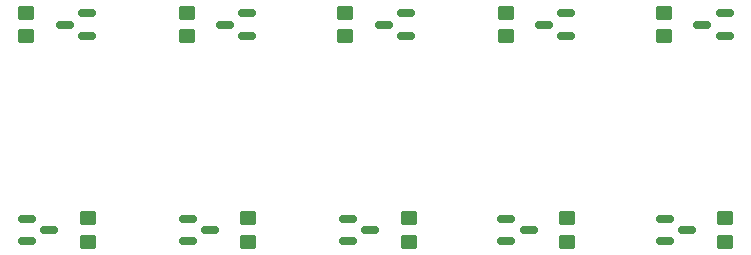
<source format=gbp>
%TF.GenerationSoftware,KiCad,Pcbnew,(6.0.8)*%
%TF.CreationDate,2023-01-05T18:41:50-07:00*%
%TF.ProjectId,PicoIO,5069636f-494f-42e6-9b69-6361645f7063,rev?*%
%TF.SameCoordinates,Original*%
%TF.FileFunction,Paste,Bot*%
%TF.FilePolarity,Positive*%
%FSLAX46Y46*%
G04 Gerber Fmt 4.6, Leading zero omitted, Abs format (unit mm)*
G04 Created by KiCad (PCBNEW (6.0.8)) date 2023-01-05 18:41:50*
%MOMM*%
%LPD*%
G01*
G04 APERTURE LIST*
G04 Aperture macros list*
%AMRoundRect*
0 Rectangle with rounded corners*
0 $1 Rounding radius*
0 $2 $3 $4 $5 $6 $7 $8 $9 X,Y pos of 4 corners*
0 Add a 4 corners polygon primitive as box body*
4,1,4,$2,$3,$4,$5,$6,$7,$8,$9,$2,$3,0*
0 Add four circle primitives for the rounded corners*
1,1,$1+$1,$2,$3*
1,1,$1+$1,$4,$5*
1,1,$1+$1,$6,$7*
1,1,$1+$1,$8,$9*
0 Add four rect primitives between the rounded corners*
20,1,$1+$1,$2,$3,$4,$5,0*
20,1,$1+$1,$4,$5,$6,$7,0*
20,1,$1+$1,$6,$7,$8,$9,0*
20,1,$1+$1,$8,$9,$2,$3,0*%
G04 Aperture macros list end*
%ADD10RoundRect,0.150000X-0.587500X-0.150000X0.587500X-0.150000X0.587500X0.150000X-0.587500X0.150000X0*%
%ADD11RoundRect,0.250000X0.450000X-0.350000X0.450000X0.350000X-0.450000X0.350000X-0.450000X-0.350000X0*%
%ADD12RoundRect,0.150000X0.587500X0.150000X-0.587500X0.150000X-0.587500X-0.150000X0.587500X-0.150000X0*%
%ADD13RoundRect,0.250000X-0.450000X0.350000X-0.450000X-0.350000X0.450000X-0.350000X0.450000X0.350000X0*%
G04 APERTURE END LIST*
D10*
%TO.C,Q9*%
X156542500Y-120083000D03*
X156542500Y-118183000D03*
X158417500Y-119133000D03*
%TD*%
D11*
%TO.C,R2*%
X129480000Y-102733000D03*
X129480000Y-100733000D03*
%TD*%
D12*
%TO.C,Q5*%
X175017500Y-100783000D03*
X175017500Y-102683000D03*
X173142500Y-101733000D03*
%TD*%
%TO.C,Q3*%
X148017500Y-100783000D03*
X148017500Y-102683000D03*
X146142500Y-101733000D03*
%TD*%
D11*
%TO.C,R4*%
X156480000Y-102733000D03*
X156480000Y-100733000D03*
%TD*%
%TO.C,R3*%
X142880000Y-102733000D03*
X142880000Y-100733000D03*
%TD*%
%TO.C,R5*%
X169880000Y-102733000D03*
X169880000Y-100733000D03*
%TD*%
%TO.C,R1*%
X115880000Y-102733000D03*
X115880000Y-100733000D03*
%TD*%
D13*
%TO.C,R7*%
X134680000Y-118133000D03*
X134680000Y-120133000D03*
%TD*%
D12*
%TO.C,Q2*%
X134617500Y-100783000D03*
X134617500Y-102683000D03*
X132742500Y-101733000D03*
%TD*%
%TO.C,Q4*%
X161617500Y-100783000D03*
X161617500Y-102683000D03*
X159742500Y-101733000D03*
%TD*%
D10*
%TO.C,Q7*%
X129542500Y-120083000D03*
X129542500Y-118183000D03*
X131417500Y-119133000D03*
%TD*%
D13*
%TO.C,R10*%
X175080000Y-118133000D03*
X175080000Y-120133000D03*
%TD*%
%TO.C,R8*%
X148280000Y-118133000D03*
X148280000Y-120133000D03*
%TD*%
D10*
%TO.C,Q10*%
X169942500Y-120083000D03*
X169942500Y-118183000D03*
X171817500Y-119133000D03*
%TD*%
%TO.C,Q8*%
X143142500Y-120083000D03*
X143142500Y-118183000D03*
X145017500Y-119133000D03*
%TD*%
D12*
%TO.C,Q1*%
X121017500Y-100783000D03*
X121017500Y-102683000D03*
X119142500Y-101733000D03*
%TD*%
D13*
%TO.C,R9*%
X161680000Y-118133000D03*
X161680000Y-120133000D03*
%TD*%
D10*
%TO.C,Q6*%
X115942500Y-120083000D03*
X115942500Y-118183000D03*
X117817500Y-119133000D03*
%TD*%
D13*
%TO.C,R6*%
X121080000Y-118133000D03*
X121080000Y-120133000D03*
%TD*%
M02*

</source>
